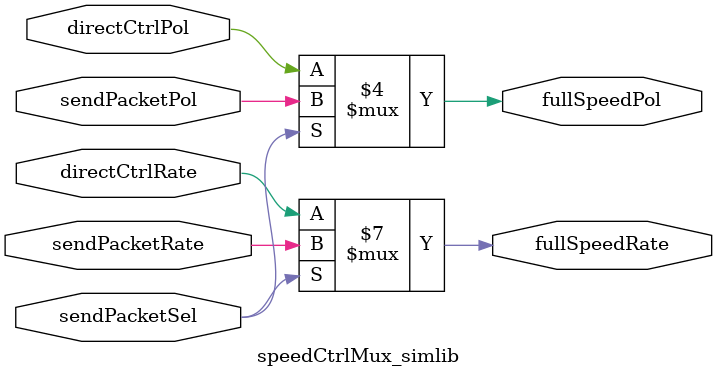
<source format=v>
`include "timescale.v"

module speedCtrlMux_simlib (directCtrlRate, directCtrlPol, sendPacketRate, sendPacketPol, sendPacketSel, fullSpeedRate, fullSpeedPol);
input   directCtrlRate;
input   directCtrlPol;
input   sendPacketRate;
input   sendPacketPol;
input   sendPacketSel;
output  fullSpeedRate;
output  fullSpeedPol;

wire   directCtrlRate;
wire   directCtrlPol;
wire   sendPacketRate;
wire   sendPacketPol;
wire   sendPacketSel;
reg   fullSpeedRate;
reg   fullSpeedPol;


always @(directCtrlRate or directCtrlPol or sendPacketRate or sendPacketPol or sendPacketSel)
begin
  if (sendPacketSel == 1'b1) 
  begin
  fullSpeedRate <= sendPacketRate;
  fullSpeedPol <= sendPacketPol;
  end
  else
  begin
  fullSpeedRate <= directCtrlRate;
  fullSpeedPol <= directCtrlPol;
  end
end

endmodule

</source>
